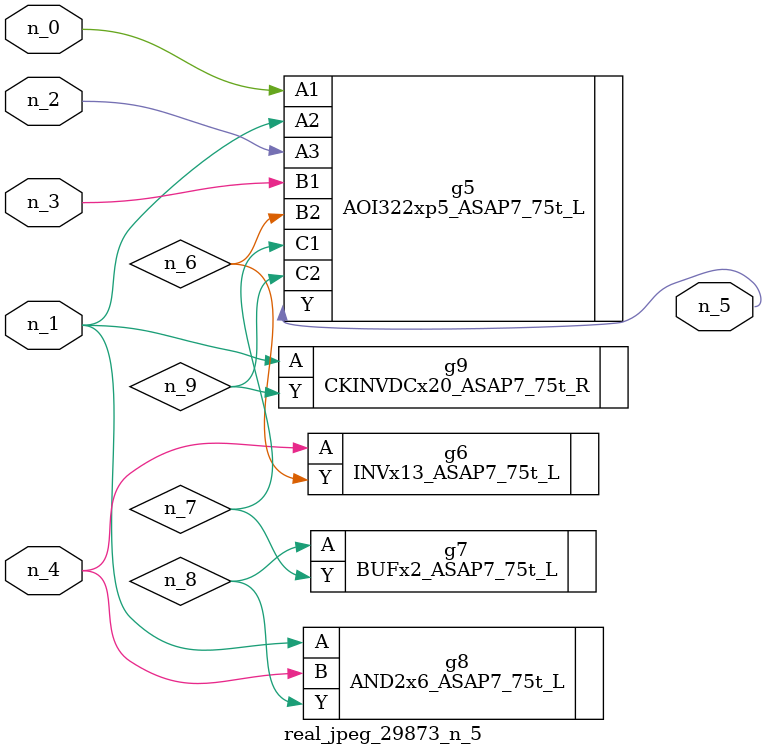
<source format=v>
module real_jpeg_29873_n_5 (n_4, n_0, n_1, n_2, n_3, n_5);

input n_4;
input n_0;
input n_1;
input n_2;
input n_3;

output n_5;

wire n_8;
wire n_6;
wire n_7;
wire n_9;

AOI322xp5_ASAP7_75t_L g5 ( 
.A1(n_0),
.A2(n_1),
.A3(n_2),
.B1(n_3),
.B2(n_6),
.C1(n_7),
.C2(n_9),
.Y(n_5)
);

AND2x6_ASAP7_75t_L g8 ( 
.A(n_1),
.B(n_4),
.Y(n_8)
);

CKINVDCx20_ASAP7_75t_R g9 ( 
.A(n_1),
.Y(n_9)
);

INVx13_ASAP7_75t_L g6 ( 
.A(n_4),
.Y(n_6)
);

BUFx2_ASAP7_75t_L g7 ( 
.A(n_8),
.Y(n_7)
);


endmodule
</source>
